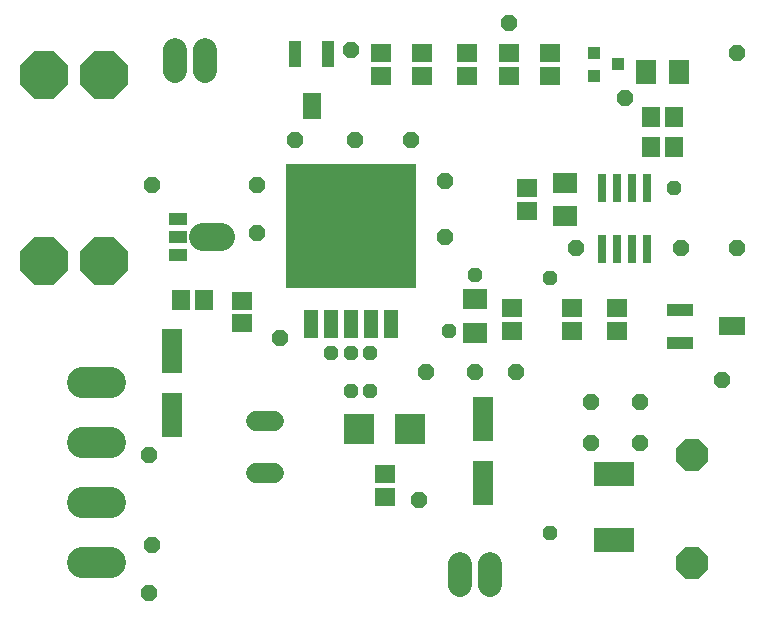
<source format=gts>
G75*
%MOIN*%
%OFA0B0*%
%FSLAX25Y25*%
%IPPOS*%
%LPD*%
%AMOC8*
5,1,8,0,0,1.08239X$1,22.5*
%
%ADD10R,0.06706X0.05918*%
%ADD11R,0.05918X0.06706*%
%ADD12R,0.07099X0.14580*%
%ADD13R,0.10249X0.10249*%
%ADD14C,0.09461*%
%ADD15R,0.06201X0.04134*%
%ADD16R,0.04300X0.03900*%
%ADD17R,0.03162X0.09461*%
%ADD18R,0.07898X0.07099*%
%ADD19R,0.07099X0.07898*%
%ADD20R,0.08674X0.04343*%
%ADD21R,0.08674X0.05918*%
%ADD22R,0.13398X0.07887*%
%ADD23R,0.04343X0.08674*%
%ADD24R,0.05918X0.08674*%
%ADD25R,0.07099X0.05918*%
%ADD26C,0.06800*%
%ADD27OC8,0.10800*%
%ADD28OC8,0.15800*%
%ADD29C,0.10250*%
%ADD30R,0.05918X0.07099*%
%ADD31C,0.07887*%
%ADD32R,0.43320X0.41784*%
%ADD33R,0.05000X0.09300*%
%ADD34OC8,0.05550*%
%ADD35OC8,0.04762*%
D10*
X0087200Y0112513D03*
X0087200Y0119993D03*
X0134887Y0062168D03*
X0134887Y0054688D03*
X0147200Y0195013D03*
X0147200Y0202493D03*
X0175950Y0202493D03*
X0175950Y0195013D03*
D11*
X0223460Y0181253D03*
X0230940Y0181253D03*
X0074326Y0120102D03*
X0066846Y0120102D03*
D12*
X0063588Y0103133D03*
X0063588Y0081873D03*
X0167525Y0080633D03*
X0167525Y0059373D03*
D13*
X0143224Y0077178D03*
X0125901Y0077178D03*
D14*
X0074198Y0141253D02*
X0074198Y0141253D01*
X0080104Y0141253D01*
X0080104Y0141253D01*
X0074198Y0141253D01*
D15*
X0065625Y0141253D03*
X0065625Y0135348D03*
X0065625Y0147159D03*
D16*
X0204450Y0195053D03*
X0212450Y0198853D03*
X0204450Y0202653D03*
D17*
X0207200Y0157739D03*
X0212200Y0157739D03*
X0217200Y0157739D03*
X0222200Y0157739D03*
X0222200Y0137267D03*
X0217200Y0137267D03*
X0212200Y0137267D03*
X0207200Y0137267D03*
D18*
X0194700Y0148155D03*
X0194700Y0159352D03*
X0164700Y0120602D03*
X0164700Y0109405D03*
D19*
X0221602Y0196253D03*
X0232798Y0196253D03*
D20*
X0232978Y0117090D03*
X0232978Y0106066D03*
D21*
X0250300Y0111578D03*
D22*
X0210950Y0062277D03*
X0210950Y0040230D03*
D23*
X0115812Y0202188D03*
X0104789Y0202188D03*
D24*
X0110300Y0184865D03*
D25*
X0133450Y0195013D03*
X0133450Y0202493D03*
X0162200Y0202493D03*
X0162200Y0195013D03*
X0189700Y0195013D03*
X0189700Y0202493D03*
X0182200Y0157493D03*
X0182200Y0150013D03*
X0177200Y0117493D03*
X0177200Y0110013D03*
X0197200Y0110013D03*
X0197200Y0117493D03*
X0212200Y0117493D03*
X0212200Y0110013D03*
D26*
X0097700Y0080003D02*
X0091700Y0080003D01*
X0091700Y0062503D02*
X0097700Y0062503D01*
D27*
X0237200Y0068753D03*
X0237200Y0032503D03*
D28*
X0041019Y0133147D03*
X0021019Y0133147D03*
X0021019Y0195147D03*
X0041019Y0195147D03*
D29*
X0043027Y0032828D02*
X0033577Y0032828D01*
X0033577Y0052828D02*
X0043027Y0052828D01*
X0043027Y0072828D02*
X0033577Y0072828D01*
X0033577Y0092828D02*
X0043027Y0092828D01*
D30*
X0223460Y0171253D03*
X0230940Y0171253D03*
D31*
X0074700Y0196460D02*
X0074700Y0203546D01*
X0064700Y0203546D02*
X0064700Y0196460D01*
X0159700Y0032296D02*
X0159700Y0025210D01*
X0169700Y0025210D02*
X0169700Y0032296D01*
D32*
X0123450Y0145003D03*
D33*
X0123450Y0112203D03*
X0116750Y0112203D03*
X0110050Y0112203D03*
X0130150Y0112203D03*
X0136850Y0112203D03*
D34*
X0148450Y0096253D03*
X0164700Y0096253D03*
X0178450Y0096253D03*
X0203450Y0086253D03*
X0203450Y0072503D03*
X0219700Y0072503D03*
X0219700Y0086253D03*
X0247200Y0093753D03*
X0252200Y0137503D03*
X0233450Y0137503D03*
X0198450Y0137503D03*
X0154700Y0141253D03*
X0135950Y0137503D03*
X0135950Y0146253D03*
X0135950Y0155003D03*
X0124700Y0155003D03*
X0124700Y0146253D03*
X0124700Y0137503D03*
X0112200Y0137503D03*
X0112200Y0146253D03*
X0112200Y0155003D03*
X0092200Y0158753D03*
X0092200Y0142503D03*
X0079700Y0141253D03*
X0073450Y0141253D03*
X0057200Y0158753D03*
X0104700Y0173753D03*
X0124700Y0173753D03*
X0143450Y0173753D03*
X0154700Y0160003D03*
X0123450Y0203753D03*
X0175950Y0212503D03*
X0214700Y0187503D03*
X0252200Y0202503D03*
X0099700Y0107503D03*
X0055950Y0068753D03*
X0057200Y0038753D03*
X0055950Y0022503D03*
X0145950Y0053753D03*
D35*
X0129700Y0090003D03*
X0123450Y0090003D03*
X0123450Y0102503D03*
X0116767Y0102592D03*
X0129700Y0102503D03*
X0155950Y0110003D03*
X0164700Y0128753D03*
X0189700Y0127503D03*
X0230950Y0157503D03*
X0189700Y0042503D03*
M02*

</source>
